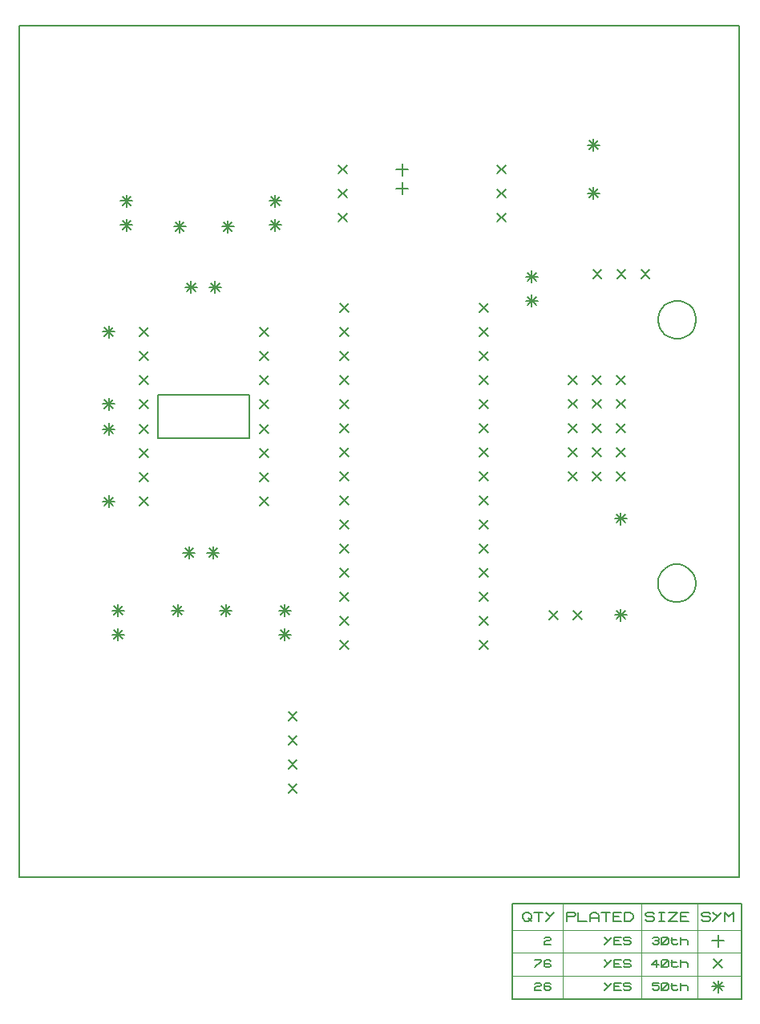
<source format=gbr>
G04 PROTEUS RS274X GERBER FILE*
%FSLAX26Y26*%
%MOIN*%
G01*
%ADD18C,0.008000*%
%ADD19C,0.005000*%
%ADD70C,0.002500*%
D18*
X+1953111Y+2286969D02*
X+1917756Y+2251614D01*
X+1953111Y+2251614D02*
X+1917756Y+2286969D01*
X+1953111Y+1286969D02*
X+1917756Y+1251614D01*
X+1953111Y+1251614D02*
X+1917756Y+1286969D01*
X+1953111Y+2086969D02*
X+1917756Y+2051614D01*
X+1953111Y+2051614D02*
X+1917756Y+2086969D01*
X+1953111Y+1986969D02*
X+1917756Y+1951614D01*
X+1953111Y+1951614D02*
X+1917756Y+1986969D01*
X+1953111Y+1886969D02*
X+1917756Y+1851614D01*
X+1953111Y+1851614D02*
X+1917756Y+1886969D01*
X+1953111Y+1786969D02*
X+1917756Y+1751614D01*
X+1953111Y+1751614D02*
X+1917756Y+1786969D01*
X+1953111Y+1686969D02*
X+1917756Y+1651614D01*
X+1953111Y+1651614D02*
X+1917756Y+1686969D01*
X+1953111Y+1586969D02*
X+1917756Y+1551614D01*
X+1953111Y+1551614D02*
X+1917756Y+1586969D01*
X+1953111Y+1486969D02*
X+1917756Y+1451614D01*
X+1953111Y+1451614D02*
X+1917756Y+1486969D01*
X+1953111Y+1386969D02*
X+1917756Y+1351614D01*
X+1953111Y+1351614D02*
X+1917756Y+1386969D01*
X+1373111Y+1386969D02*
X+1337756Y+1351614D01*
X+1373111Y+1351614D02*
X+1337756Y+1386969D01*
X+1373111Y+1486969D02*
X+1337756Y+1451614D01*
X+1373111Y+1451614D02*
X+1337756Y+1486969D01*
X+1373111Y+1586969D02*
X+1337756Y+1551614D01*
X+1373111Y+1551614D02*
X+1337756Y+1586969D01*
X+1373111Y+1686969D02*
X+1337756Y+1651614D01*
X+1373111Y+1651614D02*
X+1337756Y+1686969D01*
X+1373111Y+1786969D02*
X+1337756Y+1751614D01*
X+1373111Y+1751614D02*
X+1337756Y+1786969D01*
X+1373111Y+1886969D02*
X+1337756Y+1851614D01*
X+1373111Y+1851614D02*
X+1337756Y+1886969D01*
X+1373111Y+1986969D02*
X+1337756Y+1951614D01*
X+1373111Y+1951614D02*
X+1337756Y+1986969D01*
X+1373111Y+2086969D02*
X+1337756Y+2051614D01*
X+1373111Y+2051614D02*
X+1337756Y+2086969D01*
X+1373111Y+2186969D02*
X+1337756Y+2151614D01*
X+1373111Y+2151614D02*
X+1337756Y+2186969D01*
X+1373111Y+2286969D02*
X+1337756Y+2251614D01*
X+1373111Y+2251614D02*
X+1337756Y+2286969D01*
X+1373111Y+2386969D02*
X+1337756Y+2351614D01*
X+1373111Y+2351614D02*
X+1337756Y+2386969D01*
X+1953111Y+2386969D02*
X+1917756Y+2351614D01*
X+1953111Y+2351614D02*
X+1917756Y+2386969D01*
X+1373111Y+1286969D02*
X+1337756Y+1251614D01*
X+1373111Y+1251614D02*
X+1337756Y+1286969D01*
X+1953111Y+1086969D02*
X+1917756Y+1051614D01*
X+1953111Y+1051614D02*
X+1917756Y+1086969D01*
X+1953111Y+2186969D02*
X+1917756Y+2151614D01*
X+1953111Y+2151614D02*
X+1917756Y+2186969D01*
X+1373111Y+1186969D02*
X+1337756Y+1151614D01*
X+1373111Y+1151614D02*
X+1337756Y+1186969D01*
X+1953111Y+1186969D02*
X+1917756Y+1151614D01*
X+1953111Y+1151614D02*
X+1917756Y+1186969D01*
X+1373111Y+1086969D02*
X+1337756Y+1051614D01*
X+1373111Y+1051614D02*
X+1337756Y+1086969D01*
X+1373111Y+986969D02*
X+1337756Y+951614D01*
X+1373111Y+951614D02*
X+1337756Y+986969D01*
X+1953111Y+986969D02*
X+1917756Y+951614D01*
X+1953111Y+951614D02*
X+1917756Y+986969D01*
X+2524630Y+1785489D02*
X+2489275Y+1750133D01*
X+2524630Y+1750133D02*
X+2489275Y+1785489D01*
X+2424630Y+1785489D02*
X+2389275Y+1750133D01*
X+2424630Y+1750133D02*
X+2389275Y+1785489D01*
X+2324630Y+1785489D02*
X+2289275Y+1750133D01*
X+2324630Y+1750133D02*
X+2289275Y+1785489D01*
X+2524630Y+1886489D02*
X+2489275Y+1851133D01*
X+2524630Y+1851133D02*
X+2489275Y+1886489D01*
X+2424630Y+1886489D02*
X+2389275Y+1851133D01*
X+2424630Y+1851133D02*
X+2389275Y+1886489D01*
X+2324630Y+1886489D02*
X+2289275Y+1851133D01*
X+2324630Y+1851133D02*
X+2289275Y+1886489D01*
X+2524630Y+1987489D02*
X+2489275Y+1952133D01*
X+2524630Y+1952133D02*
X+2489275Y+1987489D01*
X+2424630Y+1987489D02*
X+2389275Y+1952133D01*
X+2424630Y+1952133D02*
X+2389275Y+1987489D01*
X+2324630Y+1987489D02*
X+2289275Y+1952133D01*
X+2324630Y+1952133D02*
X+2289275Y+1987489D01*
X+2524630Y+2086489D02*
X+2489275Y+2051133D01*
X+2524630Y+2051133D02*
X+2489275Y+2086489D01*
X+2424630Y+2086489D02*
X+2389275Y+2051133D01*
X+2424630Y+2051133D02*
X+2389275Y+2086489D01*
X+2324630Y+2086489D02*
X+2289275Y+2051133D01*
X+2324630Y+2051133D02*
X+2289275Y+2086489D01*
X+2392126Y+2869882D02*
X+2392126Y+2819882D01*
X+2417126Y+2844882D02*
X+2367126Y+2844882D01*
X+2409804Y+2862559D02*
X+2374448Y+2827204D01*
X+2409804Y+2827204D02*
X+2374448Y+2862559D01*
X+2392126Y+3069882D02*
X+2392126Y+3019882D01*
X+2417126Y+3044882D02*
X+2367126Y+3044882D01*
X+2409804Y+3062559D02*
X+2374448Y+3027204D01*
X+2409804Y+3027204D02*
X+2374448Y+3062559D01*
X+2027914Y+2761772D02*
X+1992559Y+2726417D01*
X+2027914Y+2726417D02*
X+1992559Y+2761772D01*
X+2027914Y+2861772D02*
X+1992559Y+2826417D01*
X+2027914Y+2826417D02*
X+1992559Y+2861772D01*
X+2027914Y+2961772D02*
X+1992559Y+2926417D01*
X+2027914Y+2926417D02*
X+1992559Y+2961772D01*
X+1366496Y+2961772D02*
X+1331141Y+2926417D01*
X+1366496Y+2926417D02*
X+1331141Y+2961772D01*
X+1366496Y+2861772D02*
X+1331141Y+2826417D01*
X+1366496Y+2826417D02*
X+1331141Y+2861772D01*
X+1366496Y+2761772D02*
X+1331141Y+2726417D01*
X+1366496Y+2726417D02*
X+1331141Y+2761772D01*
X+1158741Y+389213D02*
X+1123386Y+353857D01*
X+1158741Y+353857D02*
X+1123386Y+389213D01*
X+1158741Y+489213D02*
X+1123386Y+453857D01*
X+1158741Y+453857D02*
X+1123386Y+489213D01*
X+1158741Y+589213D02*
X+1123386Y+553857D01*
X+1158741Y+553857D02*
X+1123386Y+589213D01*
X+1158741Y+689213D02*
X+1123386Y+653857D01*
X+1158741Y+653857D02*
X+1123386Y+689213D01*
X+2625552Y+2525552D02*
X+2590196Y+2490196D01*
X+2625552Y+2490196D02*
X+2590196Y+2525552D01*
X+2525552Y+2525552D02*
X+2490196Y+2490196D01*
X+2525552Y+2490196D02*
X+2490196Y+2525552D01*
X+2425552Y+2525552D02*
X+2390196Y+2490196D01*
X+2425552Y+2490196D02*
X+2390196Y+2525552D01*
X+2506299Y+1518701D02*
X+2506299Y+1468701D01*
X+2531299Y+1493701D02*
X+2481299Y+1493701D01*
X+2523977Y+1511378D02*
X+2488622Y+1476023D01*
X+2523977Y+1476023D02*
X+2488622Y+1511378D01*
X+2506299Y+1118701D02*
X+2506299Y+1068701D01*
X+2531299Y+1093701D02*
X+2481299Y+1093701D01*
X+2523977Y+1111378D02*
X+2488622Y+1076023D01*
X+2523977Y+1076023D02*
X+2488622Y+1111378D01*
X+2344449Y+1109804D02*
X+2309094Y+1074448D01*
X+2344449Y+1074448D02*
X+2309094Y+1109804D01*
X+2244449Y+1109804D02*
X+2209094Y+1074448D01*
X+2244449Y+1074448D02*
X+2209094Y+1109804D01*
X+1039725Y+2286969D02*
X+1004370Y+2251614D01*
X+1039725Y+2251614D02*
X+1004370Y+2286969D01*
X+539725Y+2286969D02*
X+504370Y+2251614D01*
X+539725Y+2251614D02*
X+504370Y+2286969D01*
X+1039725Y+1986969D02*
X+1004370Y+1951614D01*
X+1039725Y+1951614D02*
X+1004370Y+1986969D01*
X+1039725Y+2086969D02*
X+1004370Y+2051614D01*
X+1039725Y+2051614D02*
X+1004370Y+2086969D01*
X+1039725Y+2186969D02*
X+1004370Y+2151614D01*
X+1039725Y+2151614D02*
X+1004370Y+2186969D01*
X+539725Y+2086969D02*
X+504370Y+2051614D01*
X+539725Y+2051614D02*
X+504370Y+2086969D01*
X+539725Y+2186969D02*
X+504370Y+2151614D01*
X+539725Y+2151614D02*
X+504370Y+2186969D01*
X+539725Y+1986969D02*
X+504370Y+1951614D01*
X+539725Y+1951614D02*
X+504370Y+1986969D01*
X+1039725Y+1882244D02*
X+1004370Y+1846889D01*
X+1039725Y+1846889D02*
X+1004370Y+1882244D01*
X+539725Y+1882244D02*
X+504370Y+1846889D01*
X+539725Y+1846889D02*
X+504370Y+1882244D01*
X+1039725Y+1582244D02*
X+1004370Y+1546889D01*
X+1039725Y+1546889D02*
X+1004370Y+1582244D01*
X+1039725Y+1682244D02*
X+1004370Y+1646889D01*
X+1039725Y+1646889D02*
X+1004370Y+1682244D01*
X+1039725Y+1782244D02*
X+1004370Y+1746889D01*
X+1039725Y+1746889D02*
X+1004370Y+1782244D01*
X+539725Y+1682244D02*
X+504370Y+1646889D01*
X+539725Y+1646889D02*
X+504370Y+1682244D01*
X+539725Y+1782244D02*
X+504370Y+1746889D01*
X+539725Y+1746889D02*
X+504370Y+1782244D01*
X+539725Y+1582244D02*
X+504370Y+1546889D01*
X+539725Y+1546889D02*
X+504370Y+1582244D01*
X+2136220Y+2522638D02*
X+2136220Y+2472638D01*
X+2161220Y+2497638D02*
X+2111220Y+2497638D01*
X+2153898Y+2515315D02*
X+2118543Y+2479960D01*
X+2153898Y+2479960D02*
X+2118543Y+2515315D01*
X+2136220Y+2422638D02*
X+2136220Y+2372638D01*
X+2161220Y+2397638D02*
X+2111220Y+2397638D01*
X+2153898Y+2415315D02*
X+2118543Y+2379960D01*
X+2153898Y+2379960D02*
X+2118543Y+2415315D01*
X+1596850Y+2967520D02*
X+1596850Y+2917520D01*
X+1621850Y+2942520D02*
X+1571850Y+2942520D01*
X+1596850Y+2888780D02*
X+1596850Y+2838780D01*
X+1621850Y+2863780D02*
X+1571850Y+2863780D01*
X+1069291Y+2837598D02*
X+1069291Y+2787598D01*
X+1094291Y+2812598D02*
X+1044291Y+2812598D01*
X+1086969Y+2830276D02*
X+1051614Y+2794921D01*
X+1086969Y+2794921D02*
X+1051614Y+2830276D01*
X+1069291Y+2737598D02*
X+1069291Y+2687598D01*
X+1094291Y+2712598D02*
X+1044291Y+2712598D01*
X+1086969Y+2730276D02*
X+1051614Y+2694921D01*
X+1086969Y+2694921D02*
X+1051614Y+2730276D01*
X+818898Y+2479331D02*
X+818898Y+2429331D01*
X+843898Y+2454331D02*
X+793898Y+2454331D01*
X+836575Y+2472008D02*
X+801220Y+2436653D01*
X+836575Y+2436653D02*
X+801220Y+2472008D01*
X+718898Y+2479331D02*
X+718898Y+2429331D01*
X+743898Y+2454331D02*
X+693898Y+2454331D01*
X+736575Y+2472008D02*
X+701220Y+2436653D01*
X+736575Y+2436653D02*
X+701220Y+2472008D01*
X+451181Y+2837598D02*
X+451181Y+2787598D01*
X+476181Y+2812598D02*
X+426181Y+2812598D01*
X+468859Y+2830276D02*
X+433504Y+2794921D01*
X+468859Y+2794921D02*
X+433504Y+2830276D01*
X+451181Y+2737598D02*
X+451181Y+2687598D01*
X+476181Y+2712598D02*
X+426181Y+2712598D01*
X+468859Y+2730276D02*
X+433504Y+2694921D01*
X+468859Y+2694921D02*
X+433504Y+2730276D01*
X+415748Y+1036811D02*
X+415748Y+986811D01*
X+440748Y+1011811D02*
X+390748Y+1011811D01*
X+433426Y+1029489D02*
X+398070Y+994133D01*
X+433426Y+994133D02*
X+398070Y+1029489D01*
X+415748Y+1136811D02*
X+415748Y+1086811D01*
X+440748Y+1111811D02*
X+390748Y+1111811D01*
X+433426Y+1129489D02*
X+398070Y+1094133D01*
X+433426Y+1094133D02*
X+398070Y+1129489D01*
X+711024Y+1376969D02*
X+711024Y+1326969D01*
X+736024Y+1351969D02*
X+686024Y+1351969D01*
X+728701Y+1369646D02*
X+693346Y+1334291D01*
X+728701Y+1334291D02*
X+693346Y+1369646D01*
X+811024Y+1376969D02*
X+811024Y+1326969D01*
X+836024Y+1351969D02*
X+786024Y+1351969D01*
X+828701Y+1369646D02*
X+793346Y+1334291D01*
X+828701Y+1334291D02*
X+793346Y+1369646D01*
X+1108661Y+1036811D02*
X+1108661Y+986811D01*
X+1133661Y+1011811D02*
X+1083661Y+1011811D01*
X+1126339Y+1029489D02*
X+1090984Y+994133D01*
X+1126339Y+994133D02*
X+1090984Y+1029489D01*
X+1108661Y+1136811D02*
X+1108661Y+1086811D01*
X+1133661Y+1111811D02*
X+1083661Y+1111811D01*
X+1126339Y+1129489D02*
X+1090984Y+1094133D01*
X+1126339Y+1094133D02*
X+1090984Y+1129489D01*
X+376378Y+1888780D02*
X+376378Y+1838780D01*
X+401378Y+1863780D02*
X+351378Y+1863780D01*
X+394056Y+1881457D02*
X+358700Y+1846102D01*
X+394056Y+1846102D02*
X+358700Y+1881457D01*
X+376378Y+1588780D02*
X+376378Y+1538780D01*
X+401378Y+1563780D02*
X+351378Y+1563780D01*
X+394056Y+1581457D02*
X+358700Y+1546102D01*
X+394056Y+1546102D02*
X+358700Y+1581457D01*
X+376378Y+2294291D02*
X+376378Y+2244291D01*
X+401378Y+2269291D02*
X+351378Y+2269291D01*
X+394056Y+2286969D02*
X+358700Y+2251614D01*
X+394056Y+2251614D02*
X+358700Y+2286969D01*
X+376378Y+1994291D02*
X+376378Y+1944291D01*
X+401378Y+1969291D02*
X+351378Y+1969291D01*
X+394056Y+1986969D02*
X+358700Y+1951614D01*
X+394056Y+1951614D02*
X+358700Y+1986969D01*
X+671654Y+2731299D02*
X+671654Y+2681299D01*
X+696654Y+2706299D02*
X+646654Y+2706299D01*
X+689331Y+2723977D02*
X+653976Y+2688622D01*
X+689331Y+2688622D02*
X+653976Y+2723977D01*
X+871654Y+2731299D02*
X+871654Y+2681299D01*
X+896654Y+2706299D02*
X+846654Y+2706299D01*
X+889331Y+2723977D02*
X+853976Y+2688622D01*
X+889331Y+2688622D02*
X+853976Y+2723977D01*
X+863780Y+1136811D02*
X+863780Y+1086811D01*
X+888780Y+1111811D02*
X+838780Y+1111811D01*
X+881457Y+1129489D02*
X+846102Y+1094133D01*
X+881457Y+1094133D02*
X+846102Y+1129489D01*
X+663780Y+1136811D02*
X+663780Y+1086811D01*
X+688780Y+1111811D02*
X+638780Y+1111811D01*
X+681457Y+1129489D02*
X+646102Y+1094133D01*
X+681457Y+1094133D02*
X+646102Y+1129489D01*
X+2524630Y+1685489D02*
X+2489275Y+1650133D01*
X+2524630Y+1650133D02*
X+2489275Y+1685489D01*
X+2424630Y+1685489D02*
X+2389275Y+1650133D01*
X+2424630Y+1650133D02*
X+2389275Y+1685489D01*
X+2324630Y+1685489D02*
X+2289275Y+1650133D01*
X+2324630Y+1650133D02*
X+2289275Y+1685489D01*
X+3937Y+2496D02*
X+2997504Y+2496D01*
X+2997504Y+3540811D01*
X+3937Y+3540811D01*
X+3937Y+2496D01*
X+581102Y+1828346D02*
X+962992Y+1828346D01*
X+962992Y+2005512D01*
X+581102Y+2005512D01*
X+581102Y+1828346D01*
X+2818897Y+2318898D02*
X+2818608Y+2325636D01*
X+2816258Y+2339113D01*
X+2811325Y+2352590D01*
X+2803205Y+2366067D01*
X+2790866Y+2379136D01*
X+2777389Y+2388279D01*
X+2763912Y+2393969D01*
X+2750435Y+2396964D01*
X+2740157Y+2397638D01*
X+2661417Y+2318898D02*
X+2661706Y+2325636D01*
X+2664056Y+2339113D01*
X+2668989Y+2352590D01*
X+2677109Y+2366067D01*
X+2689448Y+2379136D01*
X+2702925Y+2388279D01*
X+2716402Y+2393969D01*
X+2729879Y+2396964D01*
X+2740157Y+2397638D01*
X+2661417Y+2318898D02*
X+2661706Y+2312160D01*
X+2664056Y+2298683D01*
X+2668989Y+2285206D01*
X+2677109Y+2271729D01*
X+2689448Y+2258660D01*
X+2702925Y+2249517D01*
X+2716402Y+2243827D01*
X+2729879Y+2240832D01*
X+2740157Y+2240158D01*
X+2818897Y+2318898D02*
X+2818608Y+2312160D01*
X+2816258Y+2298683D01*
X+2811325Y+2285206D01*
X+2803205Y+2271729D01*
X+2790866Y+2258660D01*
X+2777389Y+2249517D01*
X+2763912Y+2243827D01*
X+2750435Y+2240832D01*
X+2740157Y+2240158D01*
X+2817323Y+1224409D02*
X+2817034Y+1231147D01*
X+2814684Y+1244624D01*
X+2809751Y+1258101D01*
X+2801631Y+1271578D01*
X+2789292Y+1284647D01*
X+2775815Y+1293790D01*
X+2762338Y+1299480D01*
X+2748861Y+1302475D01*
X+2738583Y+1303149D01*
X+2659843Y+1224409D02*
X+2660132Y+1231147D01*
X+2662482Y+1244624D01*
X+2667415Y+1258101D01*
X+2675535Y+1271578D01*
X+2687874Y+1284647D01*
X+2701351Y+1293790D01*
X+2714828Y+1299480D01*
X+2728305Y+1302475D01*
X+2738583Y+1303149D01*
X+2659843Y+1224409D02*
X+2660132Y+1217671D01*
X+2662482Y+1204194D01*
X+2667415Y+1190717D01*
X+2675535Y+1177240D01*
X+2687874Y+1164171D01*
X+2701351Y+1155028D01*
X+2714828Y+1149338D01*
X+2728305Y+1146343D01*
X+2738583Y+1145669D01*
X+2817323Y+1224409D02*
X+2817034Y+1217671D01*
X+2814684Y+1204194D01*
X+2809751Y+1190717D01*
X+2801631Y+1177240D01*
X+2789292Y+1164171D01*
X+2775815Y+1155028D01*
X+2762338Y+1149338D01*
X+2748861Y+1146343D01*
X+2738583Y+1145669D01*
D19*
X+2054504Y-502504D02*
X+3007504Y-502504D01*
X+3007504Y-107504D01*
X+2054504Y-107504D01*
X+2054504Y-502504D01*
D70*
X+2823503Y-107504D02*
X+2823503Y-502504D01*
X+2591503Y-107504D02*
X+2591503Y-502504D01*
X+2263503Y-107504D02*
X+2263503Y-502504D01*
X+3007504Y-215004D02*
X+2054504Y-215004D01*
X+3007504Y-310004D02*
X+2054504Y-310004D01*
X+3007504Y-405004D02*
X+2054504Y-405004D01*
D19*
X+2841004Y-172004D02*
X+2847004Y-178004D01*
X+2871004Y-178004D01*
X+2877004Y-172004D01*
X+2877004Y-166004D01*
X+2871004Y-160004D01*
X+2847004Y-160004D01*
X+2841004Y-154004D01*
X+2841004Y-148004D01*
X+2847004Y-142004D01*
X+2871004Y-142004D01*
X+2877004Y-148004D01*
X+2925004Y-142004D02*
X+2889004Y-178004D01*
X+2889004Y-142004D02*
X+2907004Y-160004D01*
X+2937004Y-178004D02*
X+2937004Y-142004D01*
X+2955004Y-160004D01*
X+2973004Y-142004D01*
X+2973004Y-178004D01*
X+2609004Y-172004D02*
X+2615004Y-178004D01*
X+2639004Y-178004D01*
X+2645004Y-172004D01*
X+2645004Y-166004D01*
X+2639004Y-160004D01*
X+2615004Y-160004D01*
X+2609004Y-154004D01*
X+2609004Y-148004D01*
X+2615004Y-142004D01*
X+2639004Y-142004D01*
X+2645004Y-148004D01*
X+2663004Y-142004D02*
X+2687004Y-142004D01*
X+2675004Y-142004D02*
X+2675004Y-178004D01*
X+2663004Y-178004D02*
X+2687004Y-178004D01*
X+2705004Y-142004D02*
X+2741004Y-142004D01*
X+2705004Y-178004D01*
X+2741004Y-178004D01*
X+2789004Y-178004D02*
X+2753004Y-178004D01*
X+2753004Y-142004D01*
X+2789004Y-142004D01*
X+2753004Y-160004D02*
X+2777004Y-160004D01*
X+2281004Y-178004D02*
X+2281004Y-142004D01*
X+2311004Y-142004D01*
X+2317004Y-148004D01*
X+2317004Y-154004D01*
X+2311004Y-160004D01*
X+2281004Y-160004D01*
X+2329004Y-142004D02*
X+2329004Y-178004D01*
X+2365004Y-178004D01*
X+2377004Y-178004D02*
X+2377004Y-154004D01*
X+2389004Y-142004D01*
X+2401004Y-142004D01*
X+2413004Y-154004D01*
X+2413004Y-178004D01*
X+2377004Y-166004D02*
X+2413004Y-166004D01*
X+2425004Y-142004D02*
X+2461004Y-142004D01*
X+2443004Y-142004D02*
X+2443004Y-178004D01*
X+2509004Y-178004D02*
X+2473004Y-178004D01*
X+2473004Y-142004D01*
X+2509004Y-142004D01*
X+2473004Y-160004D02*
X+2497004Y-160004D01*
X+2521004Y-178004D02*
X+2521004Y-142004D01*
X+2545004Y-142004D01*
X+2557004Y-154004D01*
X+2557004Y-166004D01*
X+2545004Y-178004D01*
X+2521004Y-178004D01*
X+2097004Y-154004D02*
X+2109004Y-142004D01*
X+2121004Y-142004D01*
X+2133004Y-154004D01*
X+2133004Y-166004D01*
X+2121004Y-178004D01*
X+2109004Y-178004D01*
X+2097004Y-166004D01*
X+2097004Y-154004D01*
X+2121004Y-166004D02*
X+2133004Y-178004D01*
X+2145004Y-142004D02*
X+2181004Y-142004D01*
X+2163004Y-142004D02*
X+2163004Y-178004D01*
X+2229004Y-142004D02*
X+2193004Y-178004D01*
X+2193004Y-142004D02*
X+2211004Y-160004D01*
D18*
X+2910504Y-235004D02*
X+2910504Y-285004D01*
X+2935504Y-260004D02*
X+2885504Y-260004D01*
D19*
X+2638504Y-250004D02*
X+2643504Y-245004D01*
X+2658504Y-245004D01*
X+2663504Y-250004D01*
X+2663504Y-255004D01*
X+2658504Y-260004D01*
X+2663504Y-265004D01*
X+2663504Y-270004D01*
X+2658504Y-275004D01*
X+2643504Y-275004D01*
X+2638504Y-270004D01*
X+2648504Y-260004D02*
X+2658504Y-260004D01*
X+2673504Y-270004D02*
X+2673504Y-250004D01*
X+2678504Y-245004D01*
X+2698504Y-245004D01*
X+2703504Y-250004D01*
X+2703504Y-270004D01*
X+2698504Y-275004D01*
X+2678504Y-275004D01*
X+2673504Y-270004D01*
X+2673504Y-275004D02*
X+2703504Y-245004D01*
X+2718504Y-245004D02*
X+2718504Y-270004D01*
X+2723504Y-275004D01*
X+2738504Y-275004D01*
X+2743504Y-270004D01*
X+2713504Y-255004D02*
X+2738504Y-255004D01*
X+2783504Y-275004D02*
X+2783504Y-260004D01*
X+2778504Y-255004D01*
X+2758504Y-255004D01*
X+2753504Y-260004D01*
X+2753504Y-245004D02*
X+2753504Y-275004D01*
X+2466504Y-245004D02*
X+2436504Y-275004D01*
X+2436504Y-245004D02*
X+2451504Y-260004D01*
X+2506504Y-275004D02*
X+2476504Y-275004D01*
X+2476504Y-245004D01*
X+2506504Y-245004D01*
X+2476504Y-260004D02*
X+2496504Y-260004D01*
X+2516504Y-270004D02*
X+2521504Y-275004D01*
X+2541504Y-275004D01*
X+2546504Y-270004D01*
X+2546504Y-265004D01*
X+2541504Y-260004D01*
X+2521504Y-260004D01*
X+2516504Y-255004D01*
X+2516504Y-250004D01*
X+2521504Y-245004D01*
X+2541504Y-245004D01*
X+2546504Y-250004D01*
X+2188504Y-250004D02*
X+2193504Y-245004D01*
X+2208504Y-245004D01*
X+2213504Y-250004D01*
X+2213504Y-255004D01*
X+2208504Y-260004D01*
X+2193504Y-260004D01*
X+2188504Y-265004D01*
X+2188504Y-275004D01*
X+2213504Y-275004D01*
D18*
X+2928181Y-337326D02*
X+2892826Y-372681D01*
X+2928181Y-372681D02*
X+2892826Y-337326D01*
D19*
X+2663504Y-360004D02*
X+2633504Y-360004D01*
X+2653504Y-340004D01*
X+2653504Y-370004D01*
X+2673504Y-365004D02*
X+2673504Y-345004D01*
X+2678504Y-340004D01*
X+2698504Y-340004D01*
X+2703504Y-345004D01*
X+2703504Y-365004D01*
X+2698504Y-370004D01*
X+2678504Y-370004D01*
X+2673504Y-365004D01*
X+2673504Y-370004D02*
X+2703504Y-340004D01*
X+2718504Y-340004D02*
X+2718504Y-365004D01*
X+2723504Y-370004D01*
X+2738504Y-370004D01*
X+2743504Y-365004D01*
X+2713504Y-350004D02*
X+2738504Y-350004D01*
X+2783504Y-370004D02*
X+2783504Y-355004D01*
X+2778504Y-350004D01*
X+2758504Y-350004D01*
X+2753504Y-355004D01*
X+2753504Y-340004D02*
X+2753504Y-370004D01*
X+2466504Y-340004D02*
X+2436504Y-370004D01*
X+2436504Y-340004D02*
X+2451504Y-355004D01*
X+2506504Y-370004D02*
X+2476504Y-370004D01*
X+2476504Y-340004D01*
X+2506504Y-340004D01*
X+2476504Y-355004D02*
X+2496504Y-355004D01*
X+2516504Y-365004D02*
X+2521504Y-370004D01*
X+2541504Y-370004D01*
X+2546504Y-365004D01*
X+2546504Y-360004D01*
X+2541504Y-355004D01*
X+2521504Y-355004D01*
X+2516504Y-350004D01*
X+2516504Y-345004D01*
X+2521504Y-340004D01*
X+2541504Y-340004D01*
X+2546504Y-345004D01*
X+2148504Y-340004D02*
X+2173504Y-340004D01*
X+2173504Y-345004D01*
X+2148504Y-370004D01*
X+2213504Y-345004D02*
X+2208504Y-340004D01*
X+2193504Y-340004D01*
X+2188504Y-345004D01*
X+2188504Y-365004D01*
X+2193504Y-370004D01*
X+2208504Y-370004D01*
X+2213504Y-365004D01*
X+2213504Y-360004D01*
X+2208504Y-355004D01*
X+2188504Y-355004D01*
D18*
X+2910504Y-425004D02*
X+2910504Y-475004D01*
X+2935504Y-450004D02*
X+2885504Y-450004D01*
X+2928181Y-432326D02*
X+2892826Y-467681D01*
X+2928181Y-467681D02*
X+2892826Y-432326D01*
D19*
X+2663504Y-435004D02*
X+2638504Y-435004D01*
X+2638504Y-445004D01*
X+2658504Y-445004D01*
X+2663504Y-450004D01*
X+2663504Y-460004D01*
X+2658504Y-465004D01*
X+2643504Y-465004D01*
X+2638504Y-460004D01*
X+2673504Y-460004D02*
X+2673504Y-440004D01*
X+2678504Y-435004D01*
X+2698504Y-435004D01*
X+2703504Y-440004D01*
X+2703504Y-460004D01*
X+2698504Y-465004D01*
X+2678504Y-465004D01*
X+2673504Y-460004D01*
X+2673504Y-465004D02*
X+2703504Y-435004D01*
X+2718504Y-435004D02*
X+2718504Y-460004D01*
X+2723504Y-465004D01*
X+2738504Y-465004D01*
X+2743504Y-460004D01*
X+2713504Y-445004D02*
X+2738504Y-445004D01*
X+2783504Y-465004D02*
X+2783504Y-450004D01*
X+2778504Y-445004D01*
X+2758504Y-445004D01*
X+2753504Y-450004D01*
X+2753504Y-435004D02*
X+2753504Y-465004D01*
X+2466504Y-435004D02*
X+2436504Y-465004D01*
X+2436504Y-435004D02*
X+2451504Y-450004D01*
X+2506504Y-465004D02*
X+2476504Y-465004D01*
X+2476504Y-435004D01*
X+2506504Y-435004D01*
X+2476504Y-450004D02*
X+2496504Y-450004D01*
X+2516504Y-460004D02*
X+2521504Y-465004D01*
X+2541504Y-465004D01*
X+2546504Y-460004D01*
X+2546504Y-455004D01*
X+2541504Y-450004D01*
X+2521504Y-450004D01*
X+2516504Y-445004D01*
X+2516504Y-440004D01*
X+2521504Y-435004D01*
X+2541504Y-435004D01*
X+2546504Y-440004D01*
X+2148504Y-440004D02*
X+2153504Y-435004D01*
X+2168504Y-435004D01*
X+2173504Y-440004D01*
X+2173504Y-445004D01*
X+2168504Y-450004D01*
X+2153504Y-450004D01*
X+2148504Y-455004D01*
X+2148504Y-465004D01*
X+2173504Y-465004D01*
X+2213504Y-440004D02*
X+2208504Y-435004D01*
X+2193504Y-435004D01*
X+2188504Y-440004D01*
X+2188504Y-460004D01*
X+2193504Y-465004D01*
X+2208504Y-465004D01*
X+2213504Y-460004D01*
X+2213504Y-455004D01*
X+2208504Y-450004D01*
X+2188504Y-450004D01*
M02*

</source>
